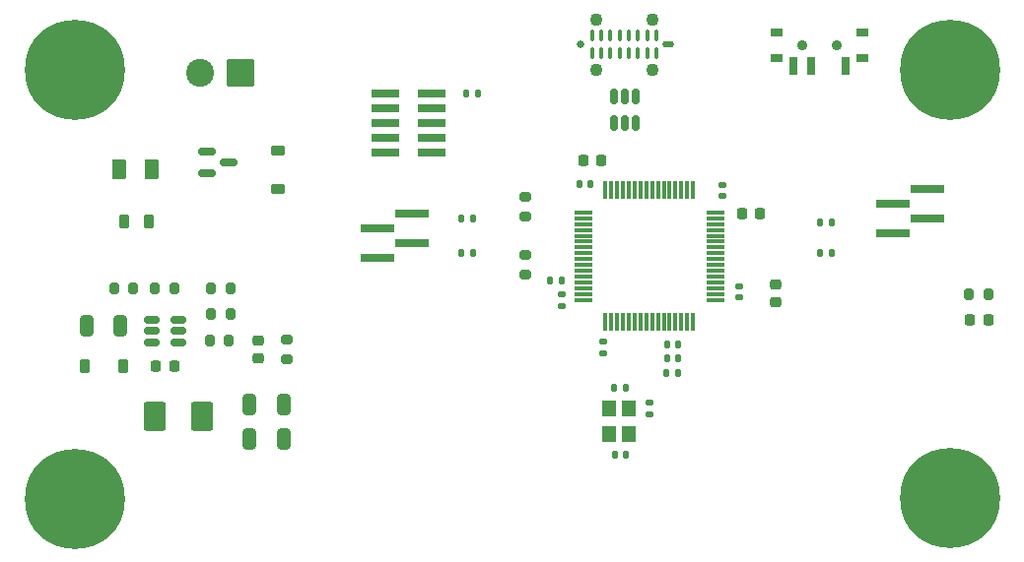
<source format=gbr>
%TF.GenerationSoftware,KiCad,Pcbnew,9.0.1*%
%TF.CreationDate,2025-04-29T02:16:07+02:00*%
%TF.ProjectId,phil-lab-11,7068696c-2d6c-4616-922d-31312e6b6963,rev?*%
%TF.SameCoordinates,Original*%
%TF.FileFunction,Soldermask,Top*%
%TF.FilePolarity,Negative*%
%FSLAX46Y46*%
G04 Gerber Fmt 4.6, Leading zero omitted, Abs format (unit mm)*
G04 Created by KiCad (PCBNEW 9.0.1) date 2025-04-29 02:16:07*
%MOMM*%
%LPD*%
G01*
G04 APERTURE LIST*
G04 Aperture macros list*
%AMRoundRect*
0 Rectangle with rounded corners*
0 $1 Rounding radius*
0 $2 $3 $4 $5 $6 $7 $8 $9 X,Y pos of 4 corners*
0 Add a 4 corners polygon primitive as box body*
4,1,4,$2,$3,$4,$5,$6,$7,$8,$9,$2,$3,0*
0 Add four circle primitives for the rounded corners*
1,1,$1+$1,$2,$3*
1,1,$1+$1,$4,$5*
1,1,$1+$1,$6,$7*
1,1,$1+$1,$8,$9*
0 Add four rect primitives between the rounded corners*
20,1,$1+$1,$2,$3,$4,$5,0*
20,1,$1+$1,$4,$5,$6,$7,0*
20,1,$1+$1,$6,$7,$8,$9,0*
20,1,$1+$1,$8,$9,$2,$3,0*%
G04 Aperture macros list end*
%ADD10C,1.100000*%
%ADD11RoundRect,0.075000X-0.075000X-0.425000X0.075000X-0.425000X0.075000X0.425000X-0.075000X0.425000X0*%
%ADD12O,1.000000X0.580000*%
%ADD13C,0.660000*%
%ADD14R,3.000000X0.650000*%
%ADD15R,2.400000X0.740000*%
%ADD16RoundRect,0.200000X-0.200000X-0.275000X0.200000X-0.275000X0.200000X0.275000X-0.200000X0.275000X0*%
%ADD17RoundRect,0.135000X-0.135000X-0.185000X0.135000X-0.185000X0.135000X0.185000X-0.135000X0.185000X0*%
%ADD18RoundRect,0.250001X0.949999X0.949999X-0.949999X0.949999X-0.949999X-0.949999X0.949999X-0.949999X0*%
%ADD19C,2.400000*%
%ADD20RoundRect,0.075000X0.075000X-0.700000X0.075000X0.700000X-0.075000X0.700000X-0.075000X-0.700000X0*%
%ADD21RoundRect,0.075000X0.700000X-0.075000X0.700000X0.075000X-0.700000X0.075000X-0.700000X-0.075000X0*%
%ADD22RoundRect,0.225000X0.225000X0.375000X-0.225000X0.375000X-0.225000X-0.375000X0.225000X-0.375000X0*%
%ADD23RoundRect,0.200000X-0.275000X0.200000X-0.275000X-0.200000X0.275000X-0.200000X0.275000X0.200000X0*%
%ADD24RoundRect,0.140000X0.170000X-0.140000X0.170000X0.140000X-0.170000X0.140000X-0.170000X-0.140000X0*%
%ADD25RoundRect,0.225000X0.225000X0.250000X-0.225000X0.250000X-0.225000X-0.250000X0.225000X-0.250000X0*%
%ADD26RoundRect,0.250000X-0.325000X-0.650000X0.325000X-0.650000X0.325000X0.650000X-0.325000X0.650000X0*%
%ADD27RoundRect,0.140000X-0.170000X0.140000X-0.170000X-0.140000X0.170000X-0.140000X0.170000X0.140000X0*%
%ADD28RoundRect,0.218750X-0.218750X-0.381250X0.218750X-0.381250X0.218750X0.381250X-0.218750X0.381250X0*%
%ADD29R,1.000000X0.800000*%
%ADD30C,0.900000*%
%ADD31R,0.700000X1.500000*%
%ADD32RoundRect,0.218750X0.218750X0.256250X-0.218750X0.256250X-0.218750X-0.256250X0.218750X-0.256250X0*%
%ADD33RoundRect,0.140000X0.140000X0.170000X-0.140000X0.170000X-0.140000X-0.170000X0.140000X-0.170000X0*%
%ADD34RoundRect,0.150000X0.512500X0.150000X-0.512500X0.150000X-0.512500X-0.150000X0.512500X-0.150000X0*%
%ADD35RoundRect,0.150000X-0.150000X0.512500X-0.150000X-0.512500X0.150000X-0.512500X0.150000X0.512500X0*%
%ADD36RoundRect,0.225000X-0.250000X0.225000X-0.250000X-0.225000X0.250000X-0.225000X0.250000X0.225000X0*%
%ADD37RoundRect,0.200000X0.275000X-0.200000X0.275000X0.200000X-0.275000X0.200000X-0.275000X-0.200000X0*%
%ADD38RoundRect,0.225000X-0.225000X-0.250000X0.225000X-0.250000X0.225000X0.250000X-0.225000X0.250000X0*%
%ADD39RoundRect,0.225000X0.375000X-0.225000X0.375000X0.225000X-0.375000X0.225000X-0.375000X-0.225000X0*%
%ADD40R,1.200000X1.400000*%
%ADD41C,8.600000*%
%ADD42RoundRect,0.218750X-0.256250X0.218750X-0.256250X-0.218750X0.256250X-0.218750X0.256250X0.218750X0*%
%ADD43RoundRect,0.200000X0.200000X0.275000X-0.200000X0.275000X-0.200000X-0.275000X0.200000X-0.275000X0*%
%ADD44RoundRect,0.250000X0.375000X0.625000X-0.375000X0.625000X-0.375000X-0.625000X0.375000X-0.625000X0*%
%ADD45RoundRect,0.147500X-0.147500X-0.172500X0.147500X-0.172500X0.147500X0.172500X-0.147500X0.172500X0*%
%ADD46RoundRect,0.135000X0.135000X0.185000X-0.135000X0.185000X-0.135000X-0.185000X0.135000X-0.185000X0*%
%ADD47RoundRect,0.140000X-0.140000X-0.170000X0.140000X-0.170000X0.140000X0.170000X-0.140000X0.170000X0*%
%ADD48RoundRect,0.250000X-0.700000X-1.000000X0.700000X-1.000000X0.700000X1.000000X-0.700000X1.000000X0*%
%ADD49RoundRect,0.150000X-0.587500X-0.150000X0.587500X-0.150000X0.587500X0.150000X-0.587500X0.150000X0*%
%ADD50RoundRect,0.250000X0.325000X0.650000X-0.325000X0.650000X-0.325000X-0.650000X0.325000X-0.650000X0*%
%ADD51RoundRect,0.135000X-0.185000X0.135000X-0.185000X-0.135000X0.185000X-0.135000X0.185000X0.135000X0*%
G04 APERTURE END LIST*
D10*
%TO.C,P1*%
X74650000Y-24700000D03*
X74650000Y-20400000D03*
X69850000Y-24700000D03*
X69850000Y-20400000D03*
D11*
X69470000Y-23310000D03*
X70260000Y-23310000D03*
X71050000Y-23310000D03*
X71840000Y-23310000D03*
X72630000Y-23310000D03*
X73420000Y-23310000D03*
X74210000Y-23310000D03*
X75000000Y-23310000D03*
X75000000Y-21790000D03*
X74210000Y-21790000D03*
X73420000Y-21790000D03*
X72630000Y-21790000D03*
X71840000Y-21790000D03*
X71050000Y-21790000D03*
X70260000Y-21790000D03*
X69470000Y-21790000D03*
D12*
X76000000Y-22550000D03*
D13*
X68500000Y-22550000D03*
%TD*%
D14*
%TO.C,J4*%
X98300000Y-34960000D03*
X95300000Y-36230000D03*
X98300000Y-37500000D03*
X95300000Y-38770000D03*
%TD*%
%TO.C,J3*%
X51000000Y-40940000D03*
X54000000Y-39670000D03*
X51000000Y-38400000D03*
X54000000Y-37130000D03*
%TD*%
D15*
%TO.C,J2*%
X51750000Y-26750000D03*
X55650000Y-26750000D03*
X51750000Y-28020000D03*
X55650000Y-28020000D03*
X51750000Y-29290000D03*
X55650000Y-29290000D03*
X51750000Y-30560000D03*
X55650000Y-30560000D03*
X51750000Y-31830000D03*
X55650000Y-31830000D03*
%TD*%
D16*
%TO.C,R3*%
X31925000Y-43500000D03*
X33575000Y-43500000D03*
%TD*%
D17*
%TO.C,R10*%
X58240000Y-40500000D03*
X59260000Y-40500000D03*
%TD*%
D18*
%TO.C,J1*%
X39250000Y-25000000D03*
D19*
X35750000Y-25000000D03*
%TD*%
D20*
%TO.C,U3*%
X70630000Y-46425000D03*
X71130000Y-46425000D03*
X71630000Y-46425000D03*
X72130000Y-46425000D03*
X72630000Y-46425000D03*
X73130000Y-46425000D03*
X73630000Y-46425000D03*
X74130000Y-46425000D03*
X74630000Y-46425000D03*
X75130000Y-46425000D03*
X75630000Y-46425000D03*
X76130000Y-46425000D03*
X76630000Y-46425000D03*
X77130000Y-46425000D03*
X77630000Y-46425000D03*
X78130000Y-46425000D03*
D21*
X80055000Y-44500000D03*
X80055000Y-44000000D03*
X80055000Y-43500000D03*
X80055000Y-43000000D03*
X80055000Y-42500000D03*
X80055000Y-42000000D03*
X80055000Y-41500000D03*
X80055000Y-41000000D03*
X80055000Y-40500000D03*
X80055000Y-40000000D03*
X80055000Y-39500000D03*
X80055000Y-39000000D03*
X80055000Y-38500000D03*
X80055000Y-38000000D03*
X80055000Y-37500000D03*
X80055000Y-37000000D03*
D20*
X78130000Y-35075000D03*
X77630000Y-35075000D03*
X77130000Y-35075000D03*
X76630000Y-35075000D03*
X76130000Y-35075000D03*
X75630000Y-35075000D03*
X75130000Y-35075000D03*
X74630000Y-35075000D03*
X74130000Y-35075000D03*
X73630000Y-35075000D03*
X73130000Y-35075000D03*
X72630000Y-35075000D03*
X72130000Y-35075000D03*
X71630000Y-35075000D03*
X71130000Y-35075000D03*
X70630000Y-35075000D03*
D21*
X68705000Y-37000000D03*
X68705000Y-37500000D03*
X68705000Y-38000000D03*
X68705000Y-38500000D03*
X68705000Y-39000000D03*
X68705000Y-39500000D03*
X68705000Y-40000000D03*
X68705000Y-40500000D03*
X68705000Y-41000000D03*
X68705000Y-41500000D03*
X68705000Y-42000000D03*
X68705000Y-42500000D03*
X68705000Y-43000000D03*
X68705000Y-43500000D03*
X68705000Y-44000000D03*
X68705000Y-44500000D03*
%TD*%
D22*
%TO.C,D3*%
X29150000Y-50250000D03*
X25850000Y-50250000D03*
%TD*%
D23*
%TO.C,R5*%
X43250000Y-47950000D03*
X43250000Y-49600000D03*
%TD*%
D24*
%TO.C,C8*%
X80630000Y-35555000D03*
X80630000Y-34595000D03*
%TD*%
D25*
%TO.C,C16*%
X70275000Y-32500000D03*
X68725000Y-32500000D03*
%TD*%
%TO.C,C1*%
X33550000Y-50250000D03*
X32000000Y-50250000D03*
%TD*%
D26*
%TO.C,C2*%
X40050000Y-53500000D03*
X43000000Y-53500000D03*
%TD*%
D27*
%TO.C,C6*%
X70380000Y-48115000D03*
X70380000Y-49075000D03*
%TD*%
D17*
%TO.C,R9*%
X58250000Y-37500000D03*
X59270000Y-37500000D03*
%TD*%
D16*
%TO.C,R4*%
X36750000Y-45750000D03*
X38400000Y-45750000D03*
%TD*%
D28*
%TO.C,FB1*%
X29250000Y-37750000D03*
X31375000Y-37750000D03*
%TD*%
D29*
%TO.C,SW1*%
X92650000Y-23755000D03*
X92650000Y-21545000D03*
D30*
X90500000Y-22645000D03*
X87500000Y-22645000D03*
D29*
X85350000Y-23755000D03*
X85350000Y-21545000D03*
D31*
X91250000Y-24405000D03*
X88250000Y-24405000D03*
X86750000Y-24405000D03*
%TD*%
D32*
%TO.C,D4*%
X103500000Y-46250000D03*
X101925000Y-46250000D03*
%TD*%
D33*
%TO.C,C12*%
X76880000Y-48325000D03*
X75920000Y-48325000D03*
%TD*%
D24*
%TO.C,C10*%
X66880000Y-45035000D03*
X66880000Y-44075000D03*
%TD*%
D26*
%TO.C,C3*%
X40000000Y-56475000D03*
X42950000Y-56475000D03*
%TD*%
D34*
%TO.C,U1*%
X33912500Y-48150000D03*
X33912500Y-47200000D03*
X33912500Y-46250000D03*
X31637500Y-46250000D03*
X31637500Y-47200000D03*
X31637500Y-48150000D03*
%TD*%
D35*
%TO.C,U2*%
X73250000Y-27025000D03*
X72300000Y-27025000D03*
X71350000Y-27025000D03*
X71350000Y-29300000D03*
X72300000Y-29300000D03*
X73250000Y-29300000D03*
%TD*%
D36*
%TO.C,C5*%
X85250000Y-43200000D03*
X85250000Y-44750000D03*
%TD*%
D37*
%TO.C,R16*%
X63750000Y-42325000D03*
X63750000Y-40675000D03*
%TD*%
D33*
%TO.C,C14*%
X72380000Y-57825000D03*
X71420000Y-57825000D03*
%TD*%
D38*
%TO.C,C15*%
X82355000Y-37075000D03*
X83905000Y-37075000D03*
%TD*%
D39*
%TO.C,D1*%
X42500000Y-35000000D03*
X42500000Y-31700000D03*
%TD*%
D40*
%TO.C,Y1*%
X72630000Y-56025000D03*
X72630000Y-53825000D03*
X70930000Y-53825000D03*
X70930000Y-56025000D03*
%TD*%
D30*
%TO.C,H3*%
X21800000Y-61610913D03*
X22744581Y-59330494D03*
X22744581Y-63891332D03*
X25025000Y-58385913D03*
D41*
X25025000Y-61610913D03*
D30*
X25025000Y-64835913D03*
X27305419Y-59330494D03*
X27305419Y-63891332D03*
X28250000Y-61610913D03*
%TD*%
%TO.C,H2*%
X96994581Y-24750000D03*
X97939162Y-22469581D03*
X97939162Y-27030419D03*
X100219581Y-21525000D03*
D41*
X100219581Y-24750000D03*
D30*
X100219581Y-27975000D03*
X102500000Y-22469581D03*
X102500000Y-27030419D03*
X103444581Y-24750000D03*
%TD*%
%TO.C,H4*%
X96994581Y-61580494D03*
X97939162Y-59300075D03*
X97939162Y-63860913D03*
X100219581Y-58355494D03*
D41*
X100219581Y-61580494D03*
D30*
X100219581Y-64805494D03*
X102500000Y-59300075D03*
X102500000Y-63860913D03*
X103444581Y-61580494D03*
%TD*%
D42*
%TO.C,D2*%
X40750000Y-48000000D03*
X40750000Y-49575000D03*
%TD*%
D43*
%TO.C,R6*%
X38400000Y-43550000D03*
X36750000Y-43550000D03*
%TD*%
D44*
%TO.C,F1*%
X31650000Y-33250000D03*
X28850000Y-33250000D03*
%TD*%
D45*
%TO.C,L2*%
X75880000Y-50825000D03*
X76850000Y-50825000D03*
%TD*%
D46*
%TO.C,R7*%
X66890000Y-42825000D03*
X65870000Y-42825000D03*
%TD*%
D23*
%TO.C,R15*%
X63750000Y-35675000D03*
X63750000Y-37325000D03*
%TD*%
D33*
%TO.C,C11*%
X76880000Y-49575000D03*
X75920000Y-49575000D03*
%TD*%
D43*
%TO.C,R14*%
X103500000Y-44000000D03*
X101850000Y-44000000D03*
%TD*%
D17*
%TO.C,R8*%
X58630000Y-26800000D03*
X59650000Y-26800000D03*
%TD*%
D16*
%TO.C,R1*%
X28425000Y-43500000D03*
X30075000Y-43500000D03*
%TD*%
D43*
%TO.C,R2*%
X38250000Y-48000000D03*
X36600000Y-48000000D03*
%TD*%
D46*
%TO.C,R12*%
X90050000Y-40500000D03*
X89030000Y-40500000D03*
%TD*%
D47*
%TO.C,C13*%
X71380000Y-52075000D03*
X72340000Y-52075000D03*
%TD*%
D46*
%TO.C,R13*%
X90070000Y-37825000D03*
X89050000Y-37825000D03*
%TD*%
D48*
%TO.C,L1*%
X31900000Y-54500000D03*
X36000000Y-54500000D03*
%TD*%
D33*
%TO.C,C9*%
X69340000Y-34575000D03*
X68380000Y-34575000D03*
%TD*%
D49*
%TO.C,Q1*%
X36375000Y-31750000D03*
X36375000Y-33650000D03*
X38250000Y-32700000D03*
%TD*%
D50*
%TO.C,C4*%
X28975000Y-46750000D03*
X26025000Y-46750000D03*
%TD*%
D51*
%TO.C,R11*%
X74380000Y-53315000D03*
X74380000Y-54335000D03*
%TD*%
D27*
%TO.C,C7*%
X82130000Y-43365000D03*
X82130000Y-44325000D03*
%TD*%
D30*
%TO.C,H1*%
X21775000Y-24750000D03*
X22719581Y-22469581D03*
X22719581Y-27030419D03*
X25000000Y-21525000D03*
D41*
X25000000Y-24750000D03*
D30*
X25000000Y-27975000D03*
X27280419Y-22469581D03*
X27280419Y-27030419D03*
X28225000Y-24750000D03*
%TD*%
M02*

</source>
